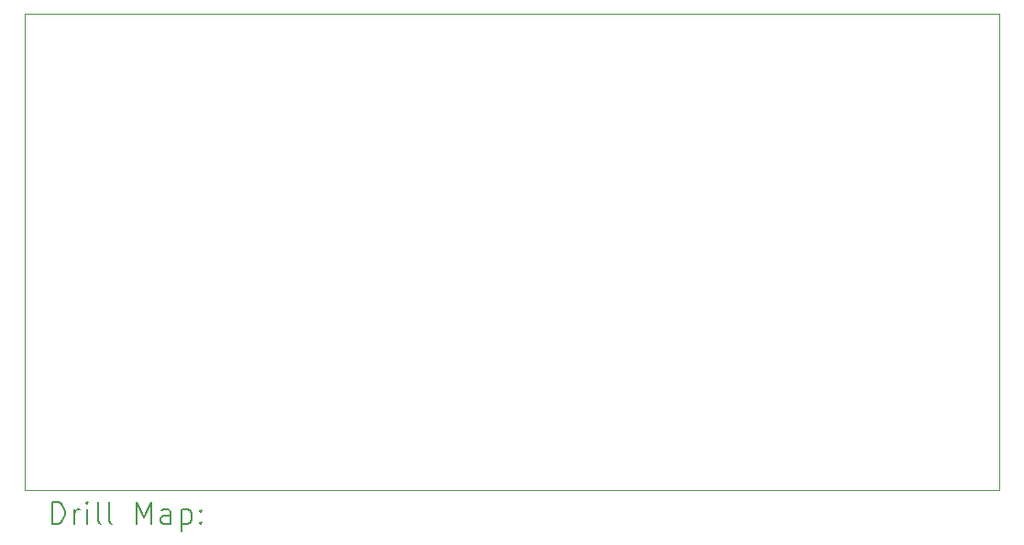
<source format=gbr>
%FSLAX45Y45*%
G04 Gerber Fmt 4.5, Leading zero omitted, Abs format (unit mm)*
G04 Created by KiCad (PCBNEW (6.0.0)) date 2023-03-06 12:39:12*
%MOMM*%
%LPD*%
G01*
G04 APERTURE LIST*
%TA.AperFunction,Profile*%
%ADD10C,0.100000*%
%TD*%
%ADD11C,0.200000*%
G04 APERTURE END LIST*
D10*
X18000000Y-10200000D02*
X9000000Y-10200000D01*
X9000000Y-10200000D02*
X9000000Y-5800000D01*
X9000000Y-5800000D02*
X18000000Y-5800000D01*
X18000000Y-5800000D02*
X18000000Y-10200000D01*
D11*
X9252619Y-10515476D02*
X9252619Y-10315476D01*
X9300238Y-10315476D01*
X9328810Y-10325000D01*
X9347857Y-10344048D01*
X9357381Y-10363095D01*
X9366905Y-10401190D01*
X9366905Y-10429762D01*
X9357381Y-10467857D01*
X9347857Y-10486905D01*
X9328810Y-10505952D01*
X9300238Y-10515476D01*
X9252619Y-10515476D01*
X9452619Y-10515476D02*
X9452619Y-10382143D01*
X9452619Y-10420238D02*
X9462143Y-10401190D01*
X9471667Y-10391667D01*
X9490714Y-10382143D01*
X9509762Y-10382143D01*
X9576429Y-10515476D02*
X9576429Y-10382143D01*
X9576429Y-10315476D02*
X9566905Y-10325000D01*
X9576429Y-10334524D01*
X9585952Y-10325000D01*
X9576429Y-10315476D01*
X9576429Y-10334524D01*
X9700238Y-10515476D02*
X9681190Y-10505952D01*
X9671667Y-10486905D01*
X9671667Y-10315476D01*
X9805000Y-10515476D02*
X9785952Y-10505952D01*
X9776429Y-10486905D01*
X9776429Y-10315476D01*
X10033571Y-10515476D02*
X10033571Y-10315476D01*
X10100238Y-10458333D01*
X10166905Y-10315476D01*
X10166905Y-10515476D01*
X10347857Y-10515476D02*
X10347857Y-10410714D01*
X10338333Y-10391667D01*
X10319286Y-10382143D01*
X10281190Y-10382143D01*
X10262143Y-10391667D01*
X10347857Y-10505952D02*
X10328810Y-10515476D01*
X10281190Y-10515476D01*
X10262143Y-10505952D01*
X10252619Y-10486905D01*
X10252619Y-10467857D01*
X10262143Y-10448810D01*
X10281190Y-10439286D01*
X10328810Y-10439286D01*
X10347857Y-10429762D01*
X10443095Y-10382143D02*
X10443095Y-10582143D01*
X10443095Y-10391667D02*
X10462143Y-10382143D01*
X10500238Y-10382143D01*
X10519286Y-10391667D01*
X10528810Y-10401190D01*
X10538333Y-10420238D01*
X10538333Y-10477381D01*
X10528810Y-10496429D01*
X10519286Y-10505952D01*
X10500238Y-10515476D01*
X10462143Y-10515476D01*
X10443095Y-10505952D01*
X10624048Y-10496429D02*
X10633571Y-10505952D01*
X10624048Y-10515476D01*
X10614524Y-10505952D01*
X10624048Y-10496429D01*
X10624048Y-10515476D01*
X10624048Y-10391667D02*
X10633571Y-10401190D01*
X10624048Y-10410714D01*
X10614524Y-10401190D01*
X10624048Y-10391667D01*
X10624048Y-10410714D01*
M02*

</source>
